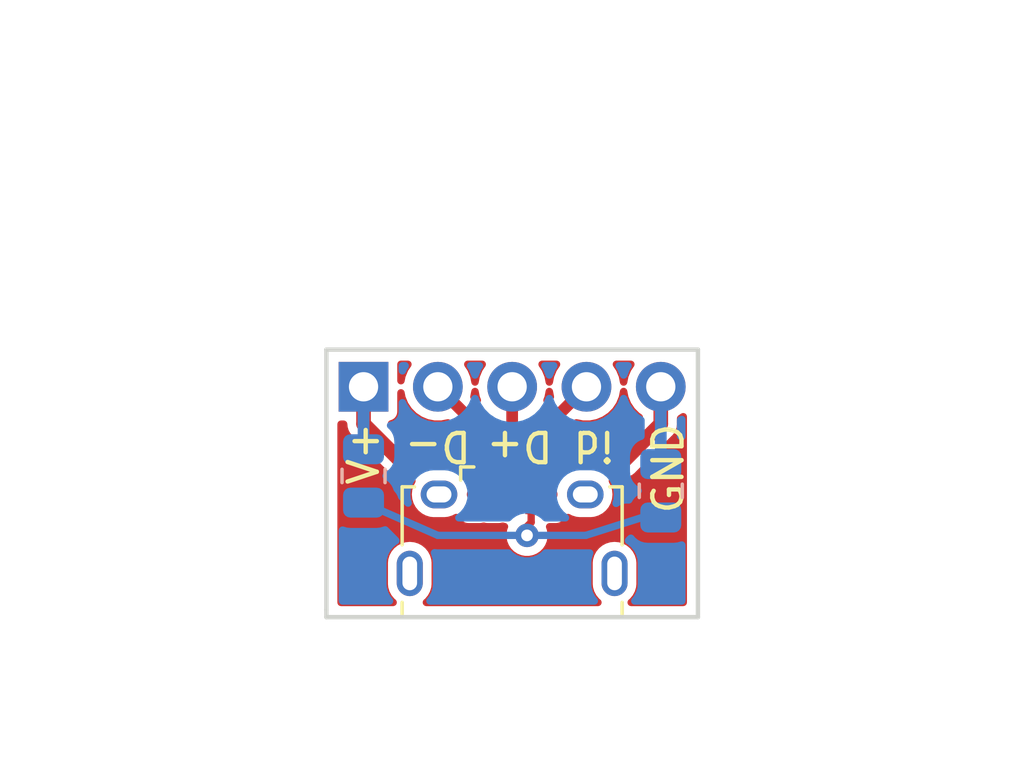
<source format=kicad_pcb>
(kicad_pcb (version 20171130) (host pcbnew "(5.1.9)-1")

  (general
    (thickness 1.6)
    (drawings 12)
    (tracks 26)
    (zones 0)
    (modules 4)
    (nets 1)
  )

  (page A4)
  (layers
    (0 F.Cu signal)
    (31 B.Cu signal)
    (32 B.Adhes user)
    (33 F.Adhes user)
    (34 B.Paste user)
    (35 F.Paste user)
    (36 B.SilkS user)
    (37 F.SilkS user)
    (38 B.Mask user)
    (39 F.Mask user)
    (40 Dwgs.User user)
    (41 Cmts.User user)
    (42 Eco1.User user)
    (43 Eco2.User user)
    (44 Edge.Cuts user)
    (45 Margin user)
    (46 B.CrtYd user)
    (47 F.CrtYd user)
    (48 B.Fab user)
    (49 F.Fab user)
  )

  (setup
    (last_trace_width 0.25)
    (user_trace_width 0.4)
    (user_trace_width 0.5)
    (trace_clearance 0.2)
    (zone_clearance 0.35)
    (zone_45_only no)
    (trace_min 0.2)
    (via_size 0.8)
    (via_drill 0.4)
    (via_min_size 0.4)
    (via_min_drill 0.3)
    (uvia_size 0.3)
    (uvia_drill 0.1)
    (uvias_allowed no)
    (uvia_min_size 0.2)
    (uvia_min_drill 0.1)
    (edge_width 0.05)
    (segment_width 0.2)
    (pcb_text_width 0.3)
    (pcb_text_size 1.5 1.5)
    (mod_edge_width 0.12)
    (mod_text_size 1 1)
    (mod_text_width 0.15)
    (pad_size 1.524 1.524)
    (pad_drill 0.762)
    (pad_to_mask_clearance 0)
    (aux_axis_origin 0 0)
    (visible_elements FFFFFF7F)
    (pcbplotparams
      (layerselection 0x010fc_ffffffff)
      (usegerberextensions false)
      (usegerberattributes true)
      (usegerberadvancedattributes true)
      (creategerberjobfile true)
      (excludeedgelayer true)
      (linewidth 0.100000)
      (plotframeref false)
      (viasonmask false)
      (mode 1)
      (useauxorigin false)
      (hpglpennumber 1)
      (hpglpenspeed 20)
      (hpglpendiameter 15.000000)
      (psnegative false)
      (psa4output false)
      (plotreference true)
      (plotvalue true)
      (plotinvisibletext false)
      (padsonsilk false)
      (subtractmaskfromsilk false)
      (outputformat 1)
      (mirror false)
      (drillshape 1)
      (scaleselection 1)
      (outputdirectory ""))
  )

  (net 0 "")

  (net_class Default "This is the default net class."
    (clearance 0.2)
    (trace_width 0.25)
    (via_dia 0.8)
    (via_drill 0.4)
    (uvia_dia 0.3)
    (uvia_drill 0.1)
  )

  (module Connector_PinHeader_2.54mm:PinHeader_1x05_P2.54mm_Vertical (layer F.Cu) (tedit 6033B16C) (tstamp 603413F8)
    (at 62.23 55.88 90)
    (descr "Through hole straight pin header, 1x05, 2.54mm pitch, single row")
    (tags "Through hole pin header THT 1x05 2.54mm single row")
    (fp_text reference REF** (at 0 -2.33 90) (layer F.SilkS) hide
      (effects (font (size 1 1) (thickness 0.15)))
    )
    (fp_text value PinHeader_1x05_P2.54mm_Vertical (at 0 12.49 90) (layer F.Fab)
      (effects (font (size 1 1) (thickness 0.15)))
    )
    (fp_text user %R (at 0 5.08 180) (layer F.Fab)
      (effects (font (size 1 1) (thickness 0.15)))
    )
    (fp_line (start -0.635 -1.27) (end 1.27 -1.27) (layer F.Fab) (width 0.1))
    (fp_line (start 1.27 -1.27) (end 1.27 11.43) (layer F.Fab) (width 0.1))
    (fp_line (start 1.27 11.43) (end -1.27 11.43) (layer F.Fab) (width 0.1))
    (fp_line (start -1.27 11.43) (end -1.27 -0.635) (layer F.Fab) (width 0.1))
    (fp_line (start -1.27 -0.635) (end -0.635 -1.27) (layer F.Fab) (width 0.1))
    (fp_line (start -1.8 -1.8) (end -1.8 11.95) (layer F.CrtYd) (width 0.05))
    (fp_line (start -1.8 11.95) (end 1.8 11.95) (layer F.CrtYd) (width 0.05))
    (fp_line (start 1.8 11.95) (end 1.8 -1.8) (layer F.CrtYd) (width 0.05))
    (fp_line (start 1.8 -1.8) (end -1.8 -1.8) (layer F.CrtYd) (width 0.05))
    (pad 5 thru_hole oval (at 0 10.16 90) (size 1.7 1.7) (drill 1) (layers *.Cu *.Mask))
    (pad 4 thru_hole oval (at 0 7.62 90) (size 1.7 1.7) (drill 1) (layers *.Cu *.Mask))
    (pad 3 thru_hole oval (at 0 5.08 90) (size 1.7 1.7) (drill 1) (layers *.Cu *.Mask))
    (pad 2 thru_hole oval (at 0 2.54 90) (size 1.7 1.7) (drill 1) (layers *.Cu *.Mask))
    (pad 1 thru_hole rect (at 0 0 90) (size 1.7 1.7) (drill 1) (layers *.Cu *.Mask))
    (model ${KISYS3DMOD}/Connector_PinHeader_2.54mm.3dshapes/PinHeader_1x05_P2.54mm_Vertical.wrl
      (at (xyz 0 0 0))
      (scale (xyz 1 1 1))
      (rotate (xyz 0 0 0))
    )
  )

  (module Connector_USB:USB_Micro-B_Amphenol_10118194_Horizontal (layer F.Cu) (tedit 6033B02B) (tstamp 60340FCE)
    (at 67.31 60.96)
    (descr "USB Micro-B receptacle, horizontal, SMD, 10118194, https://cdn.amphenol-icc.com/media/wysiwyg/files/drawing/10118194.pdf")
    (tags "USB Micro B horizontal SMD")
    (attr smd)
    (fp_text reference REF** (at 0 -3.5) (layer F.SilkS) hide
      (effects (font (size 1 1) (thickness 0.15)))
    )
    (fp_text value USB_Micro-B_Amphenol_10118194_Horizontal (at 0 4.75) (layer F.Fab)
      (effects (font (size 1 1) (thickness 0.15)))
    )
    (fp_text user "PCB Edge" (at 0 2.75) (layer Dwgs.User)
      (effects (font (size 0.5 0.5) (thickness 0.08)))
    )
    (fp_text user %R (at 0 -0.05) (layer F.Fab)
      (effects (font (size 1 1) (thickness 0.15)))
    )
    (fp_line (start -3.65 -0.55) (end -2.65 -1.55) (layer F.Fab) (width 0.1))
    (fp_line (start -1.76 -1.89) (end -1.76 -2.34) (layer F.SilkS) (width 0.12))
    (fp_line (start -1.31 -2.34) (end -1.76 -2.34) (layer F.SilkS) (width 0.12))
    (fp_line (start 4.45 -2.58) (end 4.45 3.95) (layer F.CrtYd) (width 0.05))
    (fp_line (start -4.45 -2.58) (end -4.45 3.95) (layer F.CrtYd) (width 0.05))
    (fp_line (start -4.45 -2.58) (end 4.45 -2.58) (layer F.CrtYd) (width 0.05))
    (fp_line (start -4.45 3.95) (end 4.45 3.95) (layer F.CrtYd) (width 0.05))
    (fp_line (start 3 2.75) (end -3 2.75) (layer Dwgs.User) (width 0.1))
    (fp_line (start -3.76 -1.66) (end -3.34 -1.66) (layer F.SilkS) (width 0.12))
    (fp_line (start -3.76 0.32) (end -3.76 -1.66) (layer F.SilkS) (width 0.12))
    (fp_line (start -3.76 2.69) (end -3.76 2.29) (layer F.SilkS) (width 0.12))
    (fp_line (start 3.76 2.29) (end 3.76 2.69) (layer F.SilkS) (width 0.12))
    (fp_line (start 3.76 -1.66) (end 3.34 -1.66) (layer F.SilkS) (width 0.12))
    (fp_line (start 3.76 0.32) (end 3.76 -1.66) (layer F.SilkS) (width 0.12))
    (fp_line (start -3.65 3.45) (end -3.65 -0.55) (layer F.Fab) (width 0.1))
    (fp_line (start 3.65 3.45) (end -3.65 3.45) (layer F.Fab) (width 0.1))
    (fp_line (start 3.65 -1.55) (end 3.65 3.45) (layer F.Fab) (width 0.1))
    (fp_line (start -2.65 -1.55) (end 3.65 -1.55) (layer F.Fab) (width 0.1))
    (pad "" smd oval (at 2.5 -1.4) (size 1.25 0.95) (layers F.Paste))
    (pad "" smd oval (at -2.5 -1.4) (size 1.25 0.95) (layers F.Paste))
    (pad 6 thru_hole oval (at 3.5 1.3) (size 0.89 1.55) (drill oval 0.5 1.15) (layers *.Cu *.Mask))
    (pad 6 thru_hole oval (at -3.5 1.3) (size 0.89 1.55) (drill oval 0.5 1.15) (layers *.Cu *.Mask))
    (pad "" smd oval (at 3.5 1.3) (size 0.89 1.55) (layers F.Paste))
    (pad 6 thru_hole oval (at 2.5 -1.4) (size 1.25 0.95) (drill oval 0.85 0.55) (layers *.Cu *.Mask))
    (pad "" smd oval (at -3.5 1.3) (size 0.89 1.55) (layers F.Paste))
    (pad 6 thru_hole oval (at -2.5 -1.4) (size 1.25 0.95) (drill oval 0.85 0.55) (layers *.Cu *.Mask))
    (pad 5 smd rect (at 1.3 -1.4) (size 0.4 1.35) (layers F.Cu F.Paste F.Mask))
    (pad 4 smd rect (at 0.65 -1.4) (size 0.4 1.35) (layers F.Cu F.Paste F.Mask))
    (pad 3 smd rect (at 0 -1.4) (size 0.4 1.35) (layers F.Cu F.Paste F.Mask))
    (pad 2 smd rect (at -0.65 -1.4) (size 0.4 1.35) (layers F.Cu F.Paste F.Mask))
    (pad 1 smd rect (at -1.3 -1.4) (size 0.4 1.35) (layers F.Cu F.Paste F.Mask))
    (model ${KISYS3DMOD}/Connector_USB.3dshapes/USB_Micro-B_Amphenol_10118194_Horizontal.wrl
      (at (xyz 0 0 0))
      (scale (xyz 1 1 1))
      (rotate (xyz 0 0 0))
    )
  )

  (module Resistor_SMD:R_0805_2012Metric (layer B.Cu) (tedit 5F68FEEE) (tstamp 603419B4)
    (at 62.23 58.928 270)
    (descr "Resistor SMD 0805 (2012 Metric), square (rectangular) end terminal, IPC_7351 nominal, (Body size source: IPC-SM-782 page 72, https://www.pcb-3d.com/wordpress/wp-content/uploads/ipc-sm-782a_amendment_1_and_2.pdf), generated with kicad-footprint-generator")
    (tags resistor)
    (attr smd)
    (fp_text reference REF** (at 0 1.65 270) (layer B.SilkS) hide
      (effects (font (size 1 1) (thickness 0.15)) (justify mirror))
    )
    (fp_text value R_0805_2012Metric (at 0 -1.65 270) (layer B.Fab)
      (effects (font (size 1 1) (thickness 0.15)) (justify mirror))
    )
    (fp_text user %R (at 0 0 270) (layer B.Fab)
      (effects (font (size 0.5 0.5) (thickness 0.08)) (justify mirror))
    )
    (fp_line (start -1 -0.625) (end -1 0.625) (layer B.Fab) (width 0.1))
    (fp_line (start -1 0.625) (end 1 0.625) (layer B.Fab) (width 0.1))
    (fp_line (start 1 0.625) (end 1 -0.625) (layer B.Fab) (width 0.1))
    (fp_line (start 1 -0.625) (end -1 -0.625) (layer B.Fab) (width 0.1))
    (fp_line (start -0.227064 0.735) (end 0.227064 0.735) (layer B.SilkS) (width 0.12))
    (fp_line (start -0.227064 -0.735) (end 0.227064 -0.735) (layer B.SilkS) (width 0.12))
    (fp_line (start -1.68 -0.95) (end -1.68 0.95) (layer B.CrtYd) (width 0.05))
    (fp_line (start -1.68 0.95) (end 1.68 0.95) (layer B.CrtYd) (width 0.05))
    (fp_line (start 1.68 0.95) (end 1.68 -0.95) (layer B.CrtYd) (width 0.05))
    (fp_line (start 1.68 -0.95) (end -1.68 -0.95) (layer B.CrtYd) (width 0.05))
    (pad 2 smd roundrect (at 0.9125 0 270) (size 1.025 1.4) (layers B.Cu B.Paste B.Mask) (roundrect_rratio 0.243902))
    (pad 1 smd roundrect (at -0.9125 0 270) (size 1.025 1.4) (layers B.Cu B.Paste B.Mask) (roundrect_rratio 0.243902))
    (model ${KISYS3DMOD}/Resistor_SMD.3dshapes/R_0805_2012Metric.wrl
      (at (xyz 0 0 0))
      (scale (xyz 1 1 1))
      (rotate (xyz 0 0 0))
    )
  )

  (module Resistor_SMD:R_0805_2012Metric (layer B.Cu) (tedit 5F68FEEE) (tstamp 60341915)
    (at 72.39 59.436 270)
    (descr "Resistor SMD 0805 (2012 Metric), square (rectangular) end terminal, IPC_7351 nominal, (Body size source: IPC-SM-782 page 72, https://www.pcb-3d.com/wordpress/wp-content/uploads/ipc-sm-782a_amendment_1_and_2.pdf), generated with kicad-footprint-generator")
    (tags resistor)
    (attr smd)
    (fp_text reference REF** (at 0 1.65 270) (layer B.SilkS) hide
      (effects (font (size 1 1) (thickness 0.15)) (justify mirror))
    )
    (fp_text value R_0805_2012Metric (at 0 -1.65 270) (layer B.Fab)
      (effects (font (size 1 1) (thickness 0.15)) (justify mirror))
    )
    (fp_text user %R (at 0 0 270) (layer B.Fab)
      (effects (font (size 0.5 0.5) (thickness 0.08)) (justify mirror))
    )
    (fp_line (start -1 -0.625) (end -1 0.625) (layer B.Fab) (width 0.1))
    (fp_line (start -1 0.625) (end 1 0.625) (layer B.Fab) (width 0.1))
    (fp_line (start 1 0.625) (end 1 -0.625) (layer B.Fab) (width 0.1))
    (fp_line (start 1 -0.625) (end -1 -0.625) (layer B.Fab) (width 0.1))
    (fp_line (start -0.227064 0.735) (end 0.227064 0.735) (layer B.SilkS) (width 0.12))
    (fp_line (start -0.227064 -0.735) (end 0.227064 -0.735) (layer B.SilkS) (width 0.12))
    (fp_line (start -1.68 -0.95) (end -1.68 0.95) (layer B.CrtYd) (width 0.05))
    (fp_line (start -1.68 0.95) (end 1.68 0.95) (layer B.CrtYd) (width 0.05))
    (fp_line (start 1.68 0.95) (end 1.68 -0.95) (layer B.CrtYd) (width 0.05))
    (fp_line (start 1.68 -0.95) (end -1.68 -0.95) (layer B.CrtYd) (width 0.05))
    (pad 2 smd roundrect (at 0.9125 0 270) (size 1.025 1.4) (layers B.Cu B.Paste B.Mask) (roundrect_rratio 0.243902))
    (pad 1 smd roundrect (at -0.9125 0 270) (size 1.025 1.4) (layers B.Cu B.Paste B.Mask) (roundrect_rratio 0.243902))
    (model ${KISYS3DMOD}/Resistor_SMD.3dshapes/R_0805_2012Metric.wrl
      (at (xyz 0 0 0))
      (scale (xyz 1 1 1))
      (rotate (xyz 0 0 0))
    )
  )

  (gr_line (start 71.9836 60.2742) (end 69.8246 60.96) (layer B.Cu) (width 0.25))
  (gr_line (start 62.23 59.8424) (end 64.77 60.96) (layer B.Cu) (width 0.25))
  (gr_text GND (at 72.644 58.674 90) (layer F.SilkS)
    (effects (font (size 1 1) (thickness 0.15)))
  )
  (gr_text id (at 70.104 57.912 180) (layer F.SilkS)
    (effects (font (size 1 1) (thickness 0.15)))
  )
  (gr_text D+ (at 67.564 57.912 180) (layer F.SilkS)
    (effects (font (size 1 1) (thickness 0.15)))
  )
  (gr_text D- (at 64.77 57.912 180) (layer F.SilkS)
    (effects (font (size 1 1) (thickness 0.15)))
  )
  (gr_text V+ (at 62.23 58.166 90) (layer F.SilkS)
    (effects (font (size 1 1) (thickness 0.15)))
  )
  (gr_line (start 73.66 54.61) (end 60.96 54.61) (layer Edge.Cuts) (width 0.15) (tstamp 6034146E))
  (gr_line (start 73.66 63.754) (end 73.66 54.61) (layer Edge.Cuts) (width 0.15))
  (gr_line (start 60.96 63.754) (end 73.66 63.754) (layer Edge.Cuts) (width 0.15))
  (gr_line (start 60.96 63.5) (end 60.96 63.754) (layer Edge.Cuts) (width 0.15))
  (gr_line (start 60.96 54.61) (end 60.96 63.5) (layer Edge.Cuts) (width 0.15))

  (segment (start 62.23 55.88) (end 62.23 57.15) (width 0.5) (layer F.Cu) (net 0))
  (segment (start 62.23 57.15) (end 63.5 58.42) (width 0.5) (layer F.Cu) (net 0))
  (segment (start 63.5 58.42) (end 66.04 58.42) (width 0.5) (layer F.Cu) (net 0))
  (segment (start 66.04 59.53) (end 66.01 59.56) (width 0.5) (layer F.Cu) (net 0))
  (segment (start 66.04 58.42) (end 66.04 59.53) (width 0.5) (layer F.Cu) (net 0))
  (segment (start 66.66 57.77) (end 66.66 59.56) (width 0.4) (layer F.Cu) (net 0))
  (segment (start 64.77 55.88) (end 66.66 57.77) (width 0.4) (layer F.Cu) (net 0))
  (segment (start 67.31 55.88) (end 67.31 59.56) (width 0.4) (layer F.Cu) (net 0))
  (segment (start 67.96 57.77) (end 67.96 59.56) (width 0.4) (layer F.Cu) (net 0))
  (segment (start 69.85 55.88) (end 68.58 57.15) (width 0.4) (layer F.Cu) (net 0))
  (segment (start 68.58 58.42) (end 68.58 59.53) (width 0.5) (layer F.Cu) (net 0))
  (segment (start 71.12 58.42) (end 68.58 58.42) (width 0.5) (layer F.Cu) (net 0))
  (segment (start 68.58 59.53) (end 68.61 59.56) (width 0.5) (layer F.Cu) (net 0))
  (segment (start 72.39 57.15) (end 71.12 58.42) (width 0.5) (layer F.Cu) (net 0))
  (segment (start 72.39 55.88) (end 72.39 57.15) (width 0.5) (layer F.Cu) (net 0))
  (segment (start 68.58 57.15) (end 67.96 57.77) (width 0.4) (layer F.Cu) (net 0) (tstamp 603414A7))
  (via (at 67.818 60.96) (size 0.8) (drill 0.4) (layers F.Cu B.Cu) (net 0))
  (segment (start 62.5875 59.8405) (end 62.23 59.8405) (width 0.4) (layer B.Cu) (net 0))
  (segment (start 62.23 58.0155) (end 62.23 55.88) (width 0.4) (layer B.Cu) (net 0))
  (segment (start 72.2865 60.3485) (end 72.39 60.3485) (width 0.4) (layer B.Cu) (net 0))
  (segment (start 72.39 58.5235) (end 72.39 55.88) (width 0.4) (layer B.Cu) (net 0))
  (segment (start 64.77 60.96) (end 67.818 60.96) (width 0.25) (layer B.Cu) (net 0))
  (segment (start 67.818 60.96) (end 67.818 60.6552) (width 0.25) (layer F.Cu) (net 0))
  (segment (start 67.96 60.5132) (end 67.96 59.56) (width 0.25) (layer F.Cu) (net 0))
  (segment (start 67.818 60.6552) (end 67.96 60.5132) (width 0.25) (layer F.Cu) (net 0))
  (segment (start 67.818 60.96) (end 69.8246 60.96) (width 0.25) (layer B.Cu) (net 0))

  (zone (net 0) (net_name "") (layer B.Cu) (tstamp 0) (hatch edge 0.508)
    (connect_pads (clearance 0.35))
    (min_thickness 0.254)
    (fill yes (arc_segments 32) (thermal_gap 0.508) (thermal_bridge_width 0.508))
    (polygon
      (pts
        (xy 73.66 63.754) (xy 60.96 63.754) (xy 60.96 54.61) (xy 73.66 54.61)
      )
    )
    (filled_polygon
      (pts
        (xy 71.424302 61.126698) (xy 71.534818 61.217397) (xy 71.660906 61.284792) (xy 71.797718 61.326294) (xy 71.939999 61.340307)
        (xy 72.840001 61.340307) (xy 72.982282 61.326294) (xy 73.108 61.288157) (xy 73.108 63.202) (xy 71.500484 63.202)
        (xy 71.580324 63.104714) (xy 71.665938 62.944541) (xy 71.718659 62.770744) (xy 71.732 62.635293) (xy 71.732 61.884707)
        (xy 71.718659 61.749256) (xy 71.665938 61.575459) (xy 71.580324 61.415286) (xy 71.465107 61.274893) (xy 71.324713 61.159676)
        (xy 71.286814 61.139419) (xy 71.293737 61.133737) (xy 71.312588 61.110767) (xy 71.366765 61.05659)
      )
    )
    (filled_polygon
      (pts
        (xy 64.740434 61.562) (xy 64.740443 61.562) (xy 64.769999 61.564911) (xy 64.799556 61.562) (xy 67.179735 61.562)
        (xy 67.258945 61.64121) (xy 67.402585 61.737187) (xy 67.562189 61.803297) (xy 67.731623 61.837) (xy 67.904377 61.837)
        (xy 68.073811 61.803297) (xy 68.233415 61.737187) (xy 68.377055 61.64121) (xy 68.456265 61.562) (xy 69.961256 61.562)
        (xy 69.954062 61.57546) (xy 69.901341 61.749257) (xy 69.888 61.884708) (xy 69.888 62.635293) (xy 69.901341 62.770744)
        (xy 69.954063 62.944541) (xy 70.039677 63.104714) (xy 70.119517 63.202) (xy 64.500484 63.202) (xy 64.580324 63.104714)
        (xy 64.665938 62.944541) (xy 64.718659 62.770744) (xy 64.732 62.635293) (xy 64.732 61.884707) (xy 64.718659 61.749256)
        (xy 64.665938 61.575459) (xy 64.654205 61.553507)
      )
    )
    (filled_polygon
      (pts
        (xy 63.307415 61.110771) (xy 63.326263 61.133737) (xy 63.333186 61.139418) (xy 63.295286 61.159676) (xy 63.154893 61.274893)
        (xy 63.039676 61.415287) (xy 62.954062 61.57546) (xy 62.901341 61.749257) (xy 62.888 61.884708) (xy 62.888 62.635293)
        (xy 62.901341 62.770744) (xy 62.954063 62.944541) (xy 63.039677 63.104714) (xy 63.119517 63.202) (xy 61.512 63.202)
        (xy 61.512 60.780157) (xy 61.637718 60.818294) (xy 61.779999 60.832307) (xy 62.680001 60.832307) (xy 62.822282 60.818294)
        (xy 62.959094 60.776792) (xy 62.968441 60.771796)
      )
    )
    (filled_polygon
      (pts
        (xy 71.214028 56.50857) (xy 71.359252 56.725913) (xy 71.544087 56.910748) (xy 71.713001 57.023612) (xy 71.713 57.571405)
        (xy 71.660906 57.587208) (xy 71.534818 57.654603) (xy 71.424302 57.745302) (xy 71.333603 57.855818) (xy 71.266208 57.981906)
        (xy 71.224706 58.118718) (xy 71.210693 58.260999) (xy 71.210693 58.786001) (xy 71.224706 58.928282) (xy 71.266208 59.065094)
        (xy 71.333603 59.191182) (xy 71.424302 59.301698) (xy 71.534818 59.392397) (xy 71.616394 59.436) (xy 71.534818 59.479603)
        (xy 71.424302 59.570302) (xy 71.333603 59.680818) (xy 71.298495 59.7465) (xy 71.253056 59.7465) (xy 71.223499 59.743589)
        (xy 71.193943 59.7465) (xy 71.193934 59.7465) (xy 71.105488 59.755211) (xy 70.99201 59.789634) (xy 70.887429 59.845534)
        (xy 70.861855 59.866523) (xy 70.898225 59.746625) (xy 70.916606 59.56) (xy 70.898225 59.373375) (xy 70.843789 59.193923)
        (xy 70.755389 59.028538) (xy 70.636423 58.883577) (xy 70.491462 58.764611) (xy 70.326077 58.676211) (xy 70.146625 58.621775)
        (xy 70.006765 58.608) (xy 69.613235 58.608) (xy 69.473375 58.621775) (xy 69.293923 58.676211) (xy 69.128538 58.764611)
        (xy 68.983577 58.883577) (xy 68.864611 59.028538) (xy 68.776211 59.193923) (xy 68.721775 59.373375) (xy 68.703394 59.56)
        (xy 68.721775 59.746625) (xy 68.776211 59.926077) (xy 68.864611 60.091462) (xy 68.983577 60.236423) (xy 69.128538 60.355389)
        (xy 69.133423 60.358) (xy 68.456265 60.358) (xy 68.377055 60.27879) (xy 68.233415 60.182813) (xy 68.073811 60.116703)
        (xy 67.904377 60.083) (xy 67.731623 60.083) (xy 67.562189 60.116703) (xy 67.402585 60.182813) (xy 67.258945 60.27879)
        (xy 67.179735 60.358) (xy 65.486577 60.358) (xy 65.491462 60.355389) (xy 65.636423 60.236423) (xy 65.755389 60.091462)
        (xy 65.843789 59.926077) (xy 65.898225 59.746625) (xy 65.916606 59.56) (xy 65.898225 59.373375) (xy 65.843789 59.193923)
        (xy 65.755389 59.028538) (xy 65.636423 58.883577) (xy 65.491462 58.764611) (xy 65.326077 58.676211) (xy 65.146625 58.621775)
        (xy 65.006765 58.608) (xy 64.613235 58.608) (xy 64.473375 58.621775) (xy 64.293923 58.676211) (xy 64.128538 58.764611)
        (xy 63.983577 58.883577) (xy 63.864611 59.028538) (xy 63.776211 59.193923) (xy 63.721775 59.373375) (xy 63.703394 59.56)
        (xy 63.721775 59.746625) (xy 63.754778 59.855423) (xy 63.533307 59.633951) (xy 63.516992 59.58017) (xy 63.454128 59.462559)
        (xy 63.373712 59.364572) (xy 63.353792 59.298906) (xy 63.286397 59.172818) (xy 63.195698 59.062302) (xy 63.085182 58.971603)
        (xy 63.003606 58.928) (xy 63.085182 58.884397) (xy 63.195698 58.793698) (xy 63.286397 58.683182) (xy 63.353792 58.557094)
        (xy 63.395294 58.420282) (xy 63.409307 58.278001) (xy 63.409307 57.752999) (xy 63.395294 57.610718) (xy 63.353792 57.473906)
        (xy 63.286397 57.347818) (xy 63.195698 57.237302) (xy 63.152844 57.202132) (xy 63.173508 57.200097) (xy 63.263423 57.172822)
        (xy 63.346289 57.128529) (xy 63.418921 57.068921) (xy 63.478529 56.996289) (xy 63.522822 56.913423) (xy 63.550097 56.823508)
        (xy 63.559307 56.73) (xy 63.559307 56.424746) (xy 63.594028 56.50857) (xy 63.739252 56.725913) (xy 63.924087 56.910748)
        (xy 64.14143 57.055972) (xy 64.382928 57.156004) (xy 64.639302 57.207) (xy 64.900698 57.207) (xy 65.157072 57.156004)
        (xy 65.39857 57.055972) (xy 65.615913 56.910748) (xy 65.800748 56.725913) (xy 65.945972 56.50857) (xy 66.04 56.281567)
        (xy 66.134028 56.50857) (xy 66.279252 56.725913) (xy 66.464087 56.910748) (xy 66.68143 57.055972) (xy 66.922928 57.156004)
        (xy 67.179302 57.207) (xy 67.440698 57.207) (xy 67.697072 57.156004) (xy 67.93857 57.055972) (xy 68.155913 56.910748)
        (xy 68.340748 56.725913) (xy 68.485972 56.50857) (xy 68.58 56.281567) (xy 68.674028 56.50857) (xy 68.819252 56.725913)
        (xy 69.004087 56.910748) (xy 69.22143 57.055972) (xy 69.462928 57.156004) (xy 69.719302 57.207) (xy 69.980698 57.207)
        (xy 70.237072 57.156004) (xy 70.47857 57.055972) (xy 70.695913 56.910748) (xy 70.880748 56.725913) (xy 71.025972 56.50857)
        (xy 71.12 56.281567)
      )
    )
    (filled_polygon
      (pts
        (xy 73.108001 57.583843) (xy 73.067 57.571405) (xy 73.067 57.023612) (xy 73.108001 56.996216)
      )
    )
    (filled_polygon
      (pts
        (xy 66.134028 55.25143) (xy 66.04 55.478433) (xy 65.945972 55.25143) (xy 65.886217 55.162) (xy 66.193783 55.162)
      )
    )
    (filled_polygon
      (pts
        (xy 68.674028 55.25143) (xy 68.58 55.478433) (xy 68.485972 55.25143) (xy 68.426217 55.162) (xy 68.733783 55.162)
      )
    )
    (filled_polygon
      (pts
        (xy 71.214028 55.25143) (xy 71.12 55.478433) (xy 71.025972 55.25143) (xy 70.966217 55.162) (xy 71.273783 55.162)
      )
    )
    (filled_polygon
      (pts
        (xy 63.594028 55.25143) (xy 63.559307 55.335254) (xy 63.559307 55.162) (xy 63.653783 55.162)
      )
    )
  )
  (zone (net 0) (net_name "") (layer F.Cu) (tstamp 0) (hatch edge 0.508)
    (connect_pads (clearance 0.3))
    (min_thickness 0.254)
    (fill yes (arc_segments 32) (thermal_gap 0.508) (thermal_bridge_width 0.508))
    (polygon
      (pts
        (xy 73.66 63.754) (xy 60.96 63.754) (xy 60.96 54.61) (xy 73.66 54.61)
      )
    )
    (filled_polygon
      (pts
        (xy 73.158 63.252) (xy 71.377891 63.252) (xy 71.42958 63.20958) (xy 71.538549 63.076801) (xy 71.619521 62.925314)
        (xy 71.669383 62.760942) (xy 71.682 62.632837) (xy 71.682 61.887163) (xy 71.669383 61.759058) (xy 71.619521 61.594686)
        (xy 71.538549 61.443199) (xy 71.42958 61.31042) (xy 71.2968 61.201451) (xy 71.145313 61.120479) (xy 70.980941 61.070617)
        (xy 70.81 61.053781) (xy 70.639058 61.070617) (xy 70.474686 61.120479) (xy 70.323199 61.201451) (xy 70.19042 61.31042)
        (xy 70.081451 61.4432) (xy 70.000479 61.594687) (xy 69.950617 61.759059) (xy 69.938 61.887164) (xy 69.938 62.632837)
        (xy 69.950617 62.760942) (xy 70.00048 62.925314) (xy 70.081452 63.076801) (xy 70.190421 63.20958) (xy 70.24211 63.252)
        (xy 64.377891 63.252) (xy 64.42958 63.20958) (xy 64.538549 63.076801) (xy 64.619521 62.925314) (xy 64.669383 62.760942)
        (xy 64.682 62.632837) (xy 64.682 61.887163) (xy 64.669383 61.759058) (xy 64.619521 61.594686) (xy 64.538549 61.443199)
        (xy 64.42958 61.31042) (xy 64.2968 61.201451) (xy 64.145313 61.120479) (xy 63.980941 61.070617) (xy 63.81 61.053781)
        (xy 63.639058 61.070617) (xy 63.474686 61.120479) (xy 63.323199 61.201451) (xy 63.19042 61.31042) (xy 63.081451 61.4432)
        (xy 63.000479 61.594687) (xy 62.950617 61.759059) (xy 62.938 61.887164) (xy 62.938 62.632837) (xy 62.950617 62.760942)
        (xy 63.00048 62.925314) (xy 63.081452 63.076801) (xy 63.190421 63.20958) (xy 63.24211 63.252) (xy 61.462 63.252)
        (xy 61.462 57.159066) (xy 61.550619 57.159066) (xy 61.562796 57.282714) (xy 61.601508 57.410329) (xy 61.664372 57.52794)
        (xy 61.727776 57.605198) (xy 61.727777 57.605199) (xy 61.748974 57.631027) (xy 61.7748 57.652222) (xy 62.997774 58.875196)
        (xy 63.018973 58.901027) (xy 63.122059 58.985628) (xy 63.23967 59.048492) (xy 63.367285 59.087204) (xy 63.466748 59.097)
        (xy 63.466757 59.097) (xy 63.499999 59.100274) (xy 63.533241 59.097) (xy 63.884712 59.097) (xy 63.822629 59.21315)
        (xy 63.771052 59.383177) (xy 63.753636 59.56) (xy 63.771052 59.736823) (xy 63.822629 59.90685) (xy 63.906386 60.063549)
        (xy 64.019104 60.200896) (xy 64.156451 60.313614) (xy 64.31315 60.397371) (xy 64.483177 60.448948) (xy 64.615693 60.462)
        (xy 65.004307 60.462) (xy 65.136823 60.448948) (xy 65.30685 60.397371) (xy 65.398225 60.34853) (xy 65.413595 60.399196)
        (xy 65.453245 60.473376) (xy 65.506605 60.538395) (xy 65.571624 60.591755) (xy 65.645804 60.631405) (xy 65.726293 60.655822)
        (xy 65.81 60.664066) (xy 66.21 60.664066) (xy 66.293707 60.655822) (xy 66.335 60.643295) (xy 66.376293 60.655822)
        (xy 66.46 60.664066) (xy 66.86 60.664066) (xy 66.943707 60.655822) (xy 66.985 60.643295) (xy 67.026293 60.655822)
        (xy 67.047973 60.657957) (xy 67.022782 60.718773) (xy 66.991 60.878548) (xy 66.991 61.041452) (xy 67.022782 61.201227)
        (xy 67.085123 61.351731) (xy 67.175628 61.487181) (xy 67.290819 61.602372) (xy 67.426269 61.692877) (xy 67.576773 61.755218)
        (xy 67.736548 61.787) (xy 67.899452 61.787) (xy 68.059227 61.755218) (xy 68.209731 61.692877) (xy 68.345181 61.602372)
        (xy 68.460372 61.487181) (xy 68.550877 61.351731) (xy 68.613218 61.201227) (xy 68.645 61.041452) (xy 68.645 60.878548)
        (xy 68.613218 60.718773) (xy 68.590558 60.664066) (xy 68.81 60.664066) (xy 68.893707 60.655822) (xy 68.974196 60.631405)
        (xy 69.048376 60.591755) (xy 69.113395 60.538395) (xy 69.166755 60.473376) (xy 69.206405 60.399196) (xy 69.221775 60.34853)
        (xy 69.31315 60.397371) (xy 69.483177 60.448948) (xy 69.615693 60.462) (xy 70.004307 60.462) (xy 70.136823 60.448948)
        (xy 70.30685 60.397371) (xy 70.463549 60.313614) (xy 70.600896 60.200896) (xy 70.713614 60.063549) (xy 70.797371 59.90685)
        (xy 70.848948 59.736823) (xy 70.866364 59.56) (xy 70.848948 59.383177) (xy 70.797371 59.21315) (xy 70.735288 59.097)
        (xy 71.086755 59.097) (xy 71.12 59.100274) (xy 71.153245 59.097) (xy 71.153252 59.097) (xy 71.252715 59.087204)
        (xy 71.38033 59.048492) (xy 71.497941 58.985628) (xy 71.601027 58.901027) (xy 71.622226 58.875196) (xy 72.845196 57.652226)
        (xy 72.871027 57.631027) (xy 72.955628 57.527941) (xy 73.018492 57.41033) (xy 73.057204 57.282715) (xy 73.067 57.183252)
        (xy 73.067 57.183243) (xy 73.070274 57.150001) (xy 73.067 57.116759) (xy 73.067 56.963478) (xy 73.158001 56.902673)
      )
    )
    (filled_polygon
      (pts
        (xy 71.162074 56.252487) (xy 71.258337 56.484886) (xy 71.398089 56.69404) (xy 71.57596 56.871911) (xy 71.656711 56.925867)
        (xy 70.839578 57.743) (xy 68.873712 57.743) (xy 69.04513 57.571582) (xy 69.045134 57.571577) (xy 69.503597 57.113114)
        (xy 69.724226 57.157) (xy 69.975774 57.157) (xy 70.222487 57.107926) (xy 70.454886 57.011663) (xy 70.66404 56.871911)
        (xy 70.841911 56.69404) (xy 70.981663 56.484886) (xy 71.077926 56.252487) (xy 71.12 56.040966)
      )
    )
    (filled_polygon
      (pts
        (xy 63.542074 56.252487) (xy 63.638337 56.484886) (xy 63.778089 56.69404) (xy 63.95596 56.871911) (xy 64.165114 57.011663)
        (xy 64.397513 57.107926) (xy 64.644226 57.157) (xy 64.895774 57.157) (xy 65.116403 57.113114) (xy 65.746288 57.743)
        (xy 63.780422 57.743) (xy 63.182533 57.145111) (xy 63.244196 57.126405) (xy 63.318376 57.086755) (xy 63.383395 57.033395)
        (xy 63.436755 56.968376) (xy 63.476405 56.894196) (xy 63.500822 56.813707) (xy 63.509066 56.73) (xy 63.509066 56.086544)
      )
    )
    (filled_polygon
      (pts
        (xy 68.616886 56.226403) (xy 68.500537 56.342752) (xy 68.537926 56.252487) (xy 68.58 56.040966)
      )
    )
    (filled_polygon
      (pts
        (xy 66.082074 56.252487) (xy 66.119463 56.342751) (xy 66.003114 56.226403) (xy 66.04 56.040966)
      )
    )
    (filled_polygon
      (pts
        (xy 66.178337 55.275114) (xy 66.082074 55.507513) (xy 66.04 55.719034) (xy 65.997926 55.507513) (xy 65.901663 55.275114)
        (xy 65.792674 55.112) (xy 66.287326 55.112)
      )
    )
    (filled_polygon
      (pts
        (xy 68.718337 55.275114) (xy 68.622074 55.507513) (xy 68.58 55.719034) (xy 68.537926 55.507513) (xy 68.441663 55.275114)
        (xy 68.332674 55.112) (xy 68.827326 55.112)
      )
    )
    (filled_polygon
      (pts
        (xy 71.258337 55.275114) (xy 71.162074 55.507513) (xy 71.12 55.719034) (xy 71.077926 55.507513) (xy 70.981663 55.275114)
        (xy 70.872674 55.112) (xy 71.367326 55.112)
      )
    )
    (filled_polygon
      (pts
        (xy 63.638337 55.275114) (xy 63.542074 55.507513) (xy 63.509066 55.673456) (xy 63.509066 55.112) (xy 63.747326 55.112)
      )
    )
  )
)

</source>
